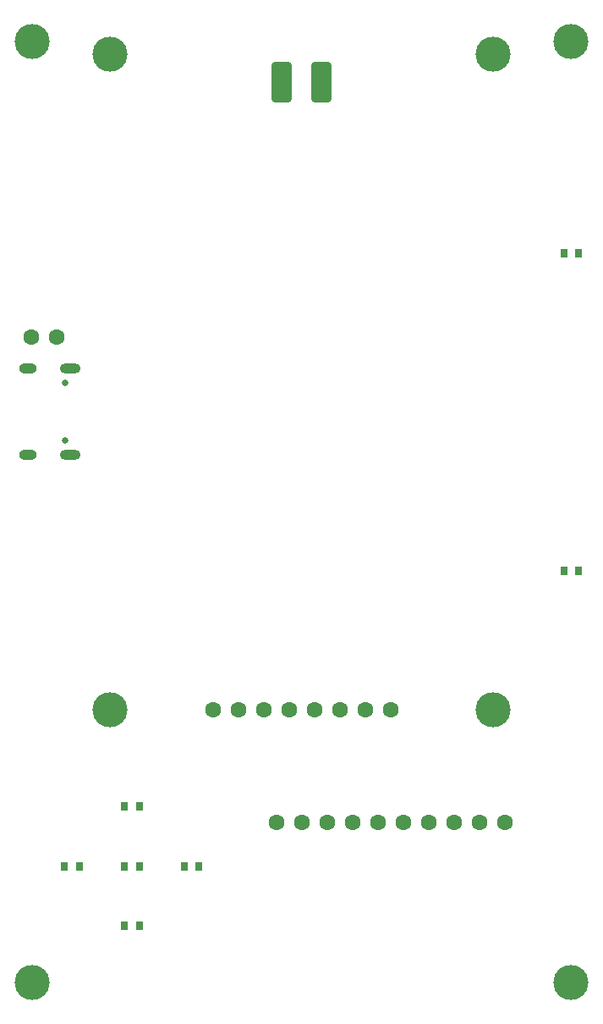
<source format=gbr>
%TF.GenerationSoftware,Altium Limited,Altium Designer,22.10.1 (41)*%
G04 Layer_Color=255*
%FSLAX45Y45*%
%MOMM*%
%TF.SameCoordinates,E44625A2-F068-4864-A6FA-01B12190F87A*%
%TF.FilePolarity,Positive*%
%TF.FileFunction,Pads,Bot*%
%TF.Part,Single*%
G01*
G75*
%TA.AperFunction,SMDPad,CuDef*%
G04:AMPARAMS|DCode=11|XSize=0.7mm|YSize=0.9mm|CornerRadius=0.0875mm|HoleSize=0mm|Usage=FLASHONLY|Rotation=0.000|XOffset=0mm|YOffset=0mm|HoleType=Round|Shape=RoundedRectangle|*
%AMROUNDEDRECTD11*
21,1,0.70000,0.72500,0,0,0.0*
21,1,0.52500,0.90000,0,0,0.0*
1,1,0.17500,0.26250,-0.36250*
1,1,0.17500,-0.26250,-0.36250*
1,1,0.17500,-0.26250,0.36250*
1,1,0.17500,0.26250,0.36250*
%
%ADD11ROUNDEDRECTD11*%
%TA.AperFunction,ComponentPad*%
%ADD33C,3.50000*%
%ADD34C,1.60000*%
%ADD35O,1.80000X1.00000*%
%ADD36O,2.10000X1.00000*%
%ADD37C,0.65000*%
%TA.AperFunction,SMDPad,CuDef*%
G04:AMPARAMS|DCode=40|XSize=2mm|YSize=4mm|CornerRadius=0.25mm|HoleSize=0mm|Usage=FLASHONLY|Rotation=0.000|XOffset=0mm|YOffset=0mm|HoleType=Round|Shape=RoundedRectangle|*
%AMROUNDEDRECTD40*
21,1,2.00000,3.50000,0,0,0.0*
21,1,1.50000,4.00000,0,0,0.0*
1,1,0.50000,0.75000,-1.75000*
1,1,0.50000,-0.75000,-1.75000*
1,1,0.50000,-0.75000,1.75000*
1,1,0.50000,0.75000,1.75000*
%
%ADD40ROUNDEDRECTD40*%
D11*
X5625000Y4410000D02*
D03*
X5775000D02*
D03*
X5625000Y7590000D02*
D03*
X5775000D02*
D03*
X625000Y1460000D02*
D03*
X775000D02*
D03*
X1825000D02*
D03*
X1975000D02*
D03*
X1225000D02*
D03*
X1375000D02*
D03*
X1225000Y2060000D02*
D03*
X1375000D02*
D03*
X1225000Y860000D02*
D03*
X1375000D02*
D03*
D33*
X300000Y9700000D02*
D03*
X5700000D02*
D03*
X300000Y300000D02*
D03*
X5700000D02*
D03*
X1085000Y9575000D02*
D03*
X4915000D02*
D03*
Y3025000D02*
D03*
X1085000D02*
D03*
D34*
X2619000D02*
D03*
X2873000D02*
D03*
X2365000D02*
D03*
X3889000D02*
D03*
X3127000D02*
D03*
X2111000D02*
D03*
X3635000D02*
D03*
X3381000D02*
D03*
X2752000Y1900000D02*
D03*
X3006000D02*
D03*
X3260000D02*
D03*
X3514000D02*
D03*
X3768000D02*
D03*
X4022000D02*
D03*
X4276000D02*
D03*
X4530000D02*
D03*
X4784000D02*
D03*
X5038000D02*
D03*
X293000Y6750000D02*
D03*
X547000D02*
D03*
D35*
X262250Y6432000D02*
D03*
Y5568000D02*
D03*
D36*
X680250D02*
D03*
Y6432000D02*
D03*
D37*
X630250Y6289000D02*
D03*
Y5711000D02*
D03*
D40*
X2800000Y9300000D02*
D03*
X3200000D02*
D03*
%TF.MD5,7b4438a37e73eab2ae86e50fab6ebe89*%
M02*

</source>
